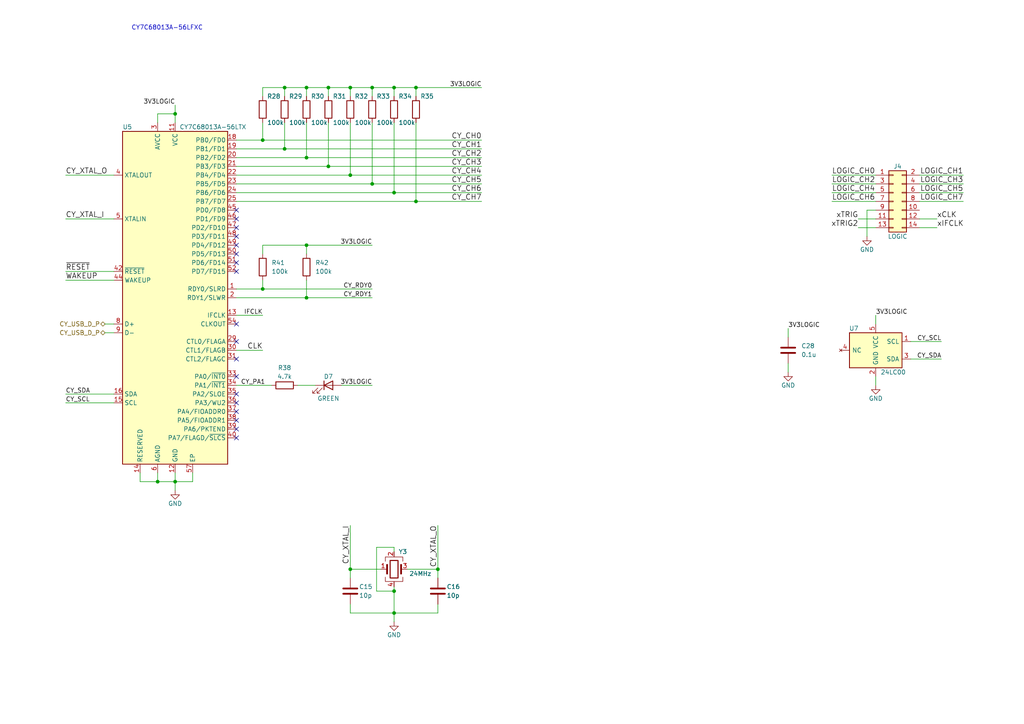
<source format=kicad_sch>
(kicad_sch (version 20230121) (generator eeschema)
  (paper "A4")
  (lib_symbols
    (symbol "Connector_Generic:Conn_02x07_Odd_Even" (pin_names (offset 1.016) hide)
      (property "Reference" "J" (at 1.27 10.16 0))
      (property "Value" "Conn_02x07_Odd_Even" (at 1.27 -10.16 0))
      (symbol "Conn_02x07_Odd_Even_1_1"
        (rectangle (start -1.27 -7.493) (end 0 -7.747) (stroke (width 0.1524)))
        (rectangle (start -1.27 -4.953) (end 0 -5.207) (stroke (width 0.1524)))
        (rectangle (start -1.27 -2.413) (end 0 -2.667) (stroke (width 0.1524)))
        (rectangle (start -1.27 0.127) (end 0 -0.127) (stroke (width 0.1524)))
        (rectangle (start -1.27 2.667) (end 0 2.413) (stroke (width 0.1524)))
        (rectangle (start -1.27 5.207) (end 0 4.953) (stroke (width 0.1524)))
        (rectangle (start -1.27 7.747) (end 0 7.493) (stroke (width 0.1524)))
        (rectangle (start -1.27 8.89) (end 3.81 -8.89) (stroke (width 0.254)) (fill (type background)))
        (rectangle (start 3.81 -7.493) (end 2.54 -7.747) (stroke (width 0.1524)))
        (rectangle (start 3.81 -4.953) (end 2.54 -5.207) (stroke (width 0.1524)))
        (rectangle (start 3.81 -2.413) (end 2.54 -2.667) (stroke (width 0.1524)))
        (rectangle (start 3.81 0.127) (end 2.54 -0.127) (stroke (width 0.1524)))
        (rectangle (start 3.81 2.667) (end 2.54 2.413) (stroke (width 0.1524)))
        (rectangle (start 3.81 5.207) (end 2.54 4.953) (stroke (width 0.1524)))
        (rectangle (start 3.81 7.747) (end 2.54 7.493) (stroke (width 0.1524)))
        (pin passive line (at -5.08 7.62 0) (length 3.81) (name "Pin_1") (number "1"))
        (pin passive line (at 7.62 -2.54 180) (length 3.81) (name "Pin_10") (number "10"))
        (pin passive line (at -5.08 -5.08 0) (length 3.81) (name "Pin_11") (number "11"))
        (pin passive line (at 7.62 -5.08 180) (length 3.81) (name "Pin_12") (number "12"))
        (pin passive line (at -5.08 -7.62 0) (length 3.81) (name "Pin_13") (number "13"))
        (pin passive line (at 7.62 -7.62 180) (length 3.81) (name "Pin_14") (number "14"))
        (pin passive line (at 7.62 7.62 180) (length 3.81) (name "Pin_2") (number "2"))
        (pin passive line (at -5.08 5.08 0) (length 3.81) (name "Pin_3") (number "3"))
        (pin passive line (at 7.62 5.08 180) (length 3.81) (name "Pin_4") (number "4"))
        (pin passive line (at -5.08 2.54 0) (length 3.81) (name "Pin_5") (number "5"))
        (pin passive line (at 7.62 2.54 180) (length 3.81) (name "Pin_6") (number "6"))
        (pin passive line (at -5.08 0 0) (length 3.81) (name "Pin_7") (number "7"))
        (pin passive line (at 7.62 0 180) (length 3.81) (name "Pin_8") (number "8"))
        (pin passive line (at -5.08 -2.54 0) (length 3.81) (name "Pin_9") (number "9"))
      )
    )
    (symbol "Device:C" (pin_numbers hide) (pin_names (offset 0.254))
      (property "Reference" "C" (at 0.635 2.54 0))
      (property "Value" "C" (at 0.635 -2.54 0))
      (symbol "C_0_1"
        (polyline (pts (xy -2.032 -0.762) (xy 2.032 -0.762)) (stroke (width 0.508)))
        (polyline (pts (xy -2.032 0.762) (xy 2.032 0.762)) (stroke (width 0.508)))
      )
      (symbol "C_1_1"
        (pin passive line (at 0 3.81 270) (length 2.794) (name "~") (number "1"))
        (pin passive line (at 0 -3.81 90) (length 2.794) (name "~") (number "2"))
      )
    )
    (symbol "Device:Crystal_GND24" (pin_names (offset 1.016) hide)
      (property "Reference" "Y" (at 3.175 5.08 0))
      (property "Value" "Crystal_GND24" (at 3.175 3.175 0))
      (symbol "Crystal_GND24_0_1"
        (rectangle (start -1.143 2.54) (end 1.143 -2.54) (stroke (width 0.3048)))
        (polyline (pts (xy -2.54 0) (xy -2.032 0)))
        (polyline (pts (xy -2.032 -1.27) (xy -2.032 1.27)) (stroke (width 0.508)))
        (polyline (pts (xy 0 -3.81) (xy 0 -3.556)))
        (polyline (pts (xy 0 3.556) (xy 0 3.81)))
        (polyline (pts (xy 2.032 -1.27) (xy 2.032 1.27)) (stroke (width 0.508)))
        (polyline (pts (xy 2.032 0) (xy 2.54 0)))
        (polyline (pts (xy -2.54 -2.286) (xy -2.54 -3.556) (xy 2.54 -3.556) (xy 2.54 -2.286)))
        (polyline (pts (xy -2.54 2.286) (xy -2.54 3.556) (xy 2.54 3.556) (xy 2.54 2.286)))
      )
      (symbol "Crystal_GND24_1_1"
        (pin passive line (at -3.81 0 0) (length 1.27) (name "1") (number "1"))
        (pin passive line (at 0 5.08 270) (length 1.27) (name "2") (number "2"))
        (pin passive line (at 3.81 0 180) (length 1.27) (name "3") (number "3"))
        (pin passive line (at 0 -5.08 90) (length 1.27) (name "4") (number "4"))
      )
    )
    (symbol "Device:LED" (pin_numbers hide) (pin_names (offset 1.016) hide)
      (property "Reference" "D" (at 0 2.54 0))
      (property "Value" "LED" (at 0 -2.54 0))
      (symbol "LED_0_1"
        (polyline (pts (xy -1.27 -1.27) (xy -1.27 1.27)) (stroke (width 0.254)))
        (polyline (pts (xy -1.27 0) (xy 1.27 0)))
        (polyline (pts (xy 1.27 -1.27) (xy 1.27 1.27) (xy -1.27 0) (xy 1.27 -1.27)) (stroke (width 0.254)))
        (polyline (pts (xy -3.048 -0.762) (xy -4.572 -2.286) (xy -3.81 -2.286) (xy -4.572 -2.286) (xy -4.572 -1.524)))
        (polyline (pts (xy -1.778 -0.762) (xy -3.302 -2.286) (xy -2.54 -2.286) (xy -3.302 -2.286) (xy -3.302 -1.524)))
      )
      (symbol "LED_1_1"
        (pin passive line (at -3.81 0 0) (length 2.54) (name "K") (number "1"))
        (pin passive line (at 3.81 0 180) (length 2.54) (name "A") (number "2"))
      )
    )
    (symbol "Device:R" (pin_numbers hide) (pin_names (offset 0))
      (property "Reference" "R" (at 2.032 0 90))
      (property "Value" "R" (at 0 0 90))
      (symbol "R_0_1"
        (rectangle (start -1.016 -2.54) (end 1.016 2.54) (stroke (width 0.254)))
      )
      (symbol "R_1_1"
        (pin passive line (at 0 3.81 270) (length 1.27) (name "~") (number "1"))
        (pin passive line (at 0 -3.81 90) (length 1.27) (name "~") (number "2"))
      )
    )
    (symbol "MCU_Cypress:CY7C68013A-56LTX"
      (property "Reference" "U" (at -13.97 49.53 0))
      (property "Value" "CY7C68013A-56LTX" (at 11.43 49.53 0))
      (symbol "CY7C68013A-56LTX_0_1"
        (rectangle (start -15.24 48.26) (end 15.24 -48.26) (stroke (width 0.254)) (fill (type background)))
      )
      (symbol "CY7C68013A-56LTX_1_1"
        (pin input line (at 17.78 2.54 180) (length 2.54) (name "RDY0/SLRD") (number "1"))
        (pin passive line (at -5.08 -50.8 90) (length 2.54) hide (name "AGND") (number "10"))
        (pin power_in line (at 0 50.8 270) (length 2.54) (name "VCC") (number "11"))
        (pin power_in line (at 0 -50.8 90) (length 2.54) (name "GND") (number "12"))
        (pin bidirectional line (at 17.78 -5.08 180) (length 2.54) (name "IFCLK") (number "13"))
        (pin input line (at -10.16 -50.8 90) (length 2.54) (name "RESERVED") (number "14"))
        (pin input line (at -17.78 -30.48 0) (length 2.54) (name "SCL") (number "15"))
        (pin bidirectional line (at -17.78 -27.94 0) (length 2.54) (name "SDA") (number "16"))
        (pin passive line (at 0 50.8 270) (length 2.54) hide (name "VCC") (number "17"))
        (pin bidirectional line (at 17.78 45.72 180) (length 2.54) (name "PB0/FD0") (number "18"))
        (pin bidirectional line (at 17.78 43.18 180) (length 2.54) (name "PB1/FD1") (number "19"))
        (pin input line (at 17.78 0 180) (length 2.54) (name "RDY1/SLWR") (number "2"))
        (pin bidirectional line (at 17.78 40.64 180) (length 2.54) (name "PB2/FD2") (number "20"))
        (pin bidirectional line (at 17.78 38.1 180) (length 2.54) (name "PB3/FD3") (number "21"))
        (pin bidirectional line (at 17.78 35.56 180) (length 2.54) (name "PB4/FD4") (number "22"))
        (pin bidirectional line (at 17.78 33.02 180) (length 2.54) (name "PB5/FD5") (number "23"))
        (pin bidirectional line (at 17.78 30.48 180) (length 2.54) (name "PB6/FD6") (number "24"))
        (pin bidirectional line (at 17.78 27.94 180) (length 2.54) (name "PB7/FD7") (number "25"))
        (pin passive line (at 0 -50.8 90) (length 2.54) hide (name "GND") (number "26"))
        (pin passive line (at 0 50.8 270) (length 2.54) hide (name "VCC") (number "27"))
        (pin passive line (at 0 -50.8 90) (length 2.54) hide (name "GND") (number "28"))
        (pin output line (at 17.78 -12.7 180) (length 2.54) (name "CTL0/FLAGA") (number "29"))
        (pin power_in line (at -5.08 50.8 270) (length 2.54) (name "AVCC") (number "3"))
        (pin output line (at 17.78 -15.24 180) (length 2.54) (name "CTL1/FLAGB") (number "30"))
        (pin output line (at 17.78 -17.78 180) (length 2.54) (name "CTL2/FLAGC") (number "31"))
        (pin passive line (at 0 50.8 270) (length 2.54) hide (name "VCC") (number "32"))
        (pin bidirectional line (at 17.78 -22.86 180) (length 2.54) (name "PA0/~{INT0}") (number "33"))
        (pin bidirectional line (at 17.78 -25.4 180) (length 2.54) (name "PA1/~{INT1}") (number "34"))
        (pin bidirectional line (at 17.78 -27.94 180) (length 2.54) (name "PA2/SLOE") (number "35"))
        (pin bidirectional line (at 17.78 -30.48 180) (length 2.54) (name "PA3/WU2") (number "36"))
        (pin bidirectional line (at 17.78 -33.02 180) (length 2.54) (name "PA4/FIOADDR0") (number "37"))
        (pin bidirectional line (at 17.78 -35.56 180) (length 2.54) (name "PA5/FIOADDR1") (number "38"))
        (pin bidirectional line (at 17.78 -38.1 180) (length 2.54) (name "PA6/PKTEND") (number "39"))
        (pin output line (at -17.78 35.56 0) (length 2.54) (name "XTALOUT") (number "4"))
        (pin bidirectional line (at 17.78 -40.64 180) (length 2.54) (name "PA7/FLAGD/~{SLCS}") (number "40"))
        (pin passive line (at 0 -50.8 90) (length 2.54) hide (name "GND") (number "41"))
        (pin input line (at -17.78 7.62 0) (length 2.54) (name "~{RESET}") (number "42"))
        (pin passive line (at 0 50.8 270) (length 2.54) hide (name "VCC") (number "43"))
        (pin input line (at -17.78 5.08 0) (length 2.54) (name "WAKEUP") (number "44"))
        (pin bidirectional line (at 17.78 25.4 180) (length 2.54) (name "PD0/FD8") (number "45"))
        (pin bidirectional line (at 17.78 22.86 180) (length 2.54) (name "PD1/FD9") (number "46"))
        (pin bidirectional line (at 17.78 20.32 180) (length 2.54) (name "PD2/FD10") (number "47"))
        (pin bidirectional line (at 17.78 17.78 180) (length 2.54) (name "PD3/FD11") (number "48"))
        (pin bidirectional line (at 17.78 15.24 180) (length 2.54) (name "PD4/FD12") (number "49"))
        (pin input line (at -17.78 22.86 0) (length 2.54) (name "XTALIN") (number "5"))
        (pin bidirectional line (at 17.78 12.7 180) (length 2.54) (name "PD5/FD13") (number "50"))
        (pin bidirectional line (at 17.78 10.16 180) (length 2.54) (name "PD6/FD14") (number "51"))
        (pin bidirectional line (at 17.78 7.62 180) (length 2.54) (name "PD7/FD15") (number "52"))
        (pin passive line (at 0 -50.8 90) (length 2.54) hide (name "GND") (number "53"))
        (pin output line (at 17.78 -7.62 180) (length 2.54) (name "CLKOUT") (number "54"))
        (pin passive line (at 0 50.8 270) (length 2.54) hide (name "VCC") (number "55"))
        (pin passive line (at 0 -50.8 90) (length 2.54) hide (name "GND") (number "56"))
        (pin input line (at 5.08 -50.8 90) (length 2.54) (name "EP") (number "57"))
        (pin power_in line (at -5.08 -50.8 90) (length 2.54) (name "AGND") (number "6"))
        (pin passive line (at -5.08 50.8 270) (length 2.54) hide (name "AVCC") (number "7"))
        (pin bidirectional line (at -17.78 -7.62 0) (length 2.54) (name "D+") (number "8"))
        (pin bidirectional line (at -17.78 -10.16 0) (length 2.54) (name "D-") (number "9"))
      )
    )
    (symbol "fx2grok-flat-rescue:pkl_24LC00-pkl_memory" (pin_names (offset 0.762))
      (property "Reference" "U" (at -6.35 6.35 0))
      (property "Value" "pkl_memory:pkl_24LC00" (at 6.35 6.35 0))
      (symbol "pkl_24LC00-pkl_memory_0_0"
        (pin power_in line (at 0 -7.62 90) (length 2.54) (name "GND") (number "2"))
        (pin power_in line (at 0 7.62 270) (length 2.54) (name "VCC") (number "5"))
      )
      (symbol "pkl_24LC00-pkl_memory_1_1"
        (rectangle (start -7.62 5.08) (end 7.62 -5.08) (stroke (width 0.254)) (fill (type background)))
        (pin input line (at -10.16 2.54 0) (length 2.54) (name "SCL") (number "1"))
        (pin bidirectional line (at -10.16 -2.54 0) (length 2.54) (name "SDA") (number "3"))
        (pin no_connect line (at 10.16 0 180) (length 2.54) (name "NC") (number "4"))
      )
    )
    (symbol "power:GND" (power) (pin_names (offset 0))
      (property "Value" "GND" (at 0 -3.81 0))
      (symbol "GND_0_1"
        (polyline (pts (xy 0 0) (xy 0 -1.27) (xy 1.27 -1.27) (xy 0 -2.54) (xy -1.27 -1.27) (xy 0 -1.27)))
      )
      (symbol "GND_1_1"
        (pin power_in line (at 0 0 270) (length 0) hide (name "GND") (number "1"))
      )
    )
  )
  (junction (at 354.33 125.73))
  (junction (at 101.6 165.1))
  (junction (at 120.65 58.42))
  (junction (at 193.04 217.17))
  (junction (at 82.55 43.18))
  (junction (at 88.9 71.12))
  (junction (at 354.33 113.03))
  (junction (at 95.25 48.26))
  (junction (at 50.8 139.7))
  (junction (at 269.24 229.87))
  (junction (at 269.24 217.17))
  (junction (at 95.25 25.4))
  (junction (at 180.34 217.17))
  (junction (at 101.6 25.4))
  (junction (at 114.3 171.45))
  (junction (at 218.44 229.87))
  (junction (at 76.2 83.82))
  (junction (at 256.54 229.87))
  (junction (at 193.04 229.87))
  (junction (at 114.3 25.4))
  (junction (at 45.72 139.7))
  (junction (at 180.34 229.87))
  (junction (at 231.14 229.87))
  (junction (at 281.94 229.87))
  (junction (at 88.9 45.72))
  (junction (at 88.9 86.36))
  (junction (at 218.44 217.17))
  (junction (at 88.9 25.4))
  (junction (at 82.55 25.4))
  (junction (at 205.74 217.17))
  (junction (at 281.94 217.17))
  (junction (at 120.65 25.4))
  (junction (at 114.3 177.8))
  (junction (at 107.95 25.4))
  (junction (at 114.3 55.88))
  (junction (at 127 165.1))
  (junction (at 231.14 217.17))
  (junction (at 256.54 217.17))
  (junction (at 316.23 113.03))
  (junction (at 107.95 53.34))
  (junction (at 101.6 50.8))
  (junction (at 76.2 40.64))
  (junction (at 50.8 33.02))
  (junction (at 205.74 229.87))
  (no_connect (at 68.58 60.96))
  (no_connect (at 68.58 63.5))
  (no_connect (at 68.58 124.46))
  (no_connect (at 68.58 99.06))
  (no_connect (at 68.58 121.92))
  (no_connect (at 68.58 109.22))
  (no_connect (at 68.58 66.04))
  (no_connect (at 68.58 68.58))
  (no_connect (at 68.58 93.98))
  (no_connect (at 68.58 76.2))
  (no_connect (at 68.58 104.14))
  (no_connect (at 68.58 119.38))
  (no_connect (at 68.58 71.12))
  (no_connect (at 68.58 116.84))
  (no_connect (at 68.58 78.74))
  (no_connect (at 68.58 73.66))
  (no_connect (at 68.58 127))
  (no_connect (at 68.58 114.3))
  (wire (pts (xy 76.2 40.64) (xy 139.7 40.64)))
  (wire (pts (xy 205.74 217.17) (xy 205.74 219.71)))
  (wire (pts (xy 88.9 35.56) (xy 88.9 45.72)))
  (wire (pts (xy 180.34 217.17) (xy 180.34 219.71)))
  (wire (pts (xy 109.22 158.75) (xy 109.22 171.45)))
  (wire (pts (xy 107.95 53.34) (xy 139.7 53.34)))
  (wire (pts (xy 266.7 55.88) (xy 279.4 55.88)))
  (wire (pts (xy 364.49 128.27) (xy 364.49 125.73)))
  (wire (pts (xy 50.8 139.7) (xy 50.8 142.24)))
  (wire (pts (xy 251.46 60.96) (xy 251.46 68.58)))
  (wire (pts (xy 114.3 177.8) (xy 114.3 180.34)))
  (wire (pts (xy 316.23 113.03) (xy 328.93 113.03)))
  (wire (pts (xy 354.33 125.73) (xy 354.33 123.19)))
  (wire (pts (xy 101.6 175.26) (xy 101.6 177.8)))
  (wire (pts (xy 303.53 113.03) (xy 316.23 113.03)))
  (wire (pts (xy 101.6 167.64) (xy 101.6 165.1)))
  (wire (pts (xy 88.9 71.12) (xy 88.9 73.66)))
  (wire (pts (xy 107.95 35.56) (xy 107.95 53.34)))
  (wire (pts (xy 254 60.96) (xy 251.46 60.96)))
  (wire (pts (xy 180.34 229.87) (xy 180.34 232.41)))
  (wire (pts (xy 50.8 139.7) (xy 50.8 137.16)))
  (wire (pts (xy 254 91.44) (xy 254 93.98)))
  (wire (pts (xy 40.64 137.16) (xy 40.64 139.7)))
  (wire (pts (xy 228.6 105.41) (xy 228.6 107.95)))
  (wire (pts (xy 30.48 93.98) (xy 33.02 93.98)))
  (wire (pts (xy 120.65 25.4) (xy 120.65 27.94)))
  (wire (pts (xy 243.84 217.17) (xy 231.14 217.17)))
  (wire (pts (xy 367.03 125.73) (xy 367.03 123.19)))
  (wire (pts (xy 180.34 229.87) (xy 180.34 227.33)))
  (wire (pts (xy 254 50.8) (xy 241.3 50.8)))
  (wire (pts (xy 264.16 104.14) (xy 273.05 104.14)))
  (wire (pts (xy 316.23 113.03) (xy 316.23 115.57)))
  (wire (pts (xy 68.58 86.36) (xy 88.9 86.36)))
  (wire (pts (xy 254 109.22) (xy 254 111.76)))
  (wire (pts (xy 243.84 229.87) (xy 231.14 229.87)))
  (wire (pts (xy 55.88 139.7) (xy 50.8 139.7)))
  (wire (pts (xy 266.7 66.04) (xy 271.78 66.04)))
  (wire (pts (xy 127 167.64) (xy 127 165.1)))
  (wire (pts (xy 231.14 217.17) (xy 218.44 217.17)))
  (wire (pts (xy 231.14 227.33) (xy 231.14 229.87)))
  (wire (pts (xy 40.64 139.7) (xy 45.72 139.7)))
  (wire (pts (xy 303.53 128.27) (xy 328.93 128.27)))
  (wire (pts (xy 367.03 113.03) (xy 367.03 115.57)))
  (wire (pts (xy 19.05 81.28) (xy 33.02 81.28)))
  (wire (pts (xy 76.2 35.56) (xy 76.2 40.64)))
  (wire (pts (xy 45.72 35.56) (xy 45.72 33.02)))
  (wire (pts (xy 30.48 96.52) (xy 33.02 96.52)))
  (wire (pts (xy 218.44 227.33) (xy 218.44 229.87)))
  (wire (pts (xy 243.84 219.71) (xy 243.84 217.17)))
  (wire (pts (xy 269.24 217.17) (xy 256.54 217.17)))
  (wire (pts (xy 269.24 219.71) (xy 269.24 217.17)))
  (wire (pts (xy 68.58 58.42) (xy 120.65 58.42)))
  (wire (pts (xy 86.36 111.76) (xy 91.44 111.76)))
  (wire (pts (xy 114.3 55.88) (xy 139.7 55.88)))
  (wire (pts (xy 193.04 217.17) (xy 180.34 217.17)))
  (wire (pts (xy 19.05 116.84) (xy 33.02 116.84)))
  (wire (pts (xy 19.05 63.5) (xy 33.02 63.5)))
  (wire (pts (xy 114.3 35.56) (xy 114.3 55.88)))
  (wire (pts (xy 256.54 229.87) (xy 269.24 229.87)))
  (wire (pts (xy 68.58 40.64) (xy 76.2 40.64)))
  (wire (pts (xy 82.55 43.18) (xy 139.7 43.18)))
  (wire (pts (xy 88.9 71.12) (xy 107.95 71.12)))
  (wire (pts (xy 50.8 30.48) (xy 50.8 33.02)))
  (wire (pts (xy 114.3 25.4) (xy 120.65 25.4)))
  (wire (pts (xy 243.84 227.33) (xy 243.84 229.87)))
  (wire (pts (xy 254 53.34) (xy 241.3 53.34)))
  (wire (pts (xy 68.58 53.34) (xy 107.95 53.34)))
  (wire (pts (xy 254 55.88) (xy 241.3 55.88)))
  (wire (pts (xy 68.58 111.76) (xy 78.74 111.76)))
  (wire (pts (xy 82.55 25.4) (xy 88.9 25.4)))
  (wire (pts (xy 68.58 91.44) (xy 76.2 91.44)))
  (wire (pts (xy 114.3 170.18) (xy 114.3 171.45)))
  (wire (pts (xy 68.58 50.8) (xy 101.6 50.8)))
  (wire (pts (xy 264.16 99.06) (xy 273.05 99.06)))
  (wire (pts (xy 256.54 229.87) (xy 256.54 232.41)))
  (wire (pts (xy 19.05 114.3) (xy 33.02 114.3)))
  (wire (pts (xy 218.44 217.17) (xy 205.74 217.17)))
  (wire (pts (xy 101.6 152.4) (xy 101.6 165.1)))
  (wire (pts (xy 45.72 139.7) (xy 50.8 139.7)))
  (wire (pts (xy 95.25 25.4) (xy 95.25 27.94)))
  (wire (pts (xy 82.55 35.56) (xy 82.55 43.18)))
  (wire (pts (xy 231.14 217.17) (xy 231.14 219.71)))
  (wire (pts (xy 231.14 229.87) (xy 218.44 229.87)))
  (wire (pts (xy 205.74 227.33) (xy 205.74 229.87)))
  (wire (pts (xy 114.3 160.02) (xy 114.3 158.75)))
  (wire (pts (xy 82.55 25.4) (xy 82.55 27.94)))
  (wire (pts (xy 294.64 217.17) (xy 294.64 219.71)))
  (wire (pts (xy 269.24 227.33) (xy 269.24 229.87)))
  (wire (pts (xy 256.54 217.17) (xy 256.54 219.71)))
  (wire (pts (xy 101.6 50.8) (xy 139.7 50.8)))
  (wire (pts (xy 254 63.5) (xy 248.92 63.5)))
  (wire (pts (xy 266.7 50.8) (xy 279.4 50.8)))
  (wire (pts (xy 281.94 217.17) (xy 281.94 219.71)))
  (wire (pts (xy 114.3 177.8) (xy 127 177.8)))
  (wire (pts (xy 68.58 48.26) (xy 95.25 48.26)))
  (wire (pts (xy 379.73 125.73) (xy 367.03 125.73)))
  (wire (pts (xy 269.24 229.87) (xy 281.94 229.87)))
  (wire (pts (xy 101.6 177.8) (xy 114.3 177.8)))
  (wire (pts (xy 68.58 101.6) (xy 76.2 101.6)))
  (wire (pts (xy 218.44 217.17) (xy 218.44 219.71)))
  (wire (pts (xy 114.3 158.75) (xy 109.22 158.75)))
  (wire (pts (xy 228.6 95.25) (xy 228.6 97.79)))
  (wire (pts (xy 266.7 58.42) (xy 279.4 58.42)))
  (wire (pts (xy 354.33 113.03) (xy 367.03 113.03)))
  (wire (pts (xy 269.24 217.17) (xy 281.94 217.17)))
  (wire (pts (xy 88.9 45.72) (xy 139.7 45.72)))
  (wire (pts (xy 55.88 137.16) (xy 55.88 139.7)))
  (wire (pts (xy 19.05 50.8) (xy 33.02 50.8)))
  (wire (pts (xy 76.2 81.28) (xy 76.2 83.82)))
  (wire (pts (xy 99.06 111.76) (xy 107.95 111.76)))
  (wire (pts (xy 120.65 35.56) (xy 120.65 58.42)))
  (wire (pts (xy 101.6 35.56) (xy 101.6 50.8)))
  (wire (pts (xy 254 66.04) (xy 248.92 66.04)))
  (wire (pts (xy 19.05 78.74) (xy 33.02 78.74)))
  (wire (pts (xy 101.6 25.4) (xy 101.6 27.94)))
  (wire (pts (xy 281.94 229.87) (xy 294.64 229.87)))
  (wire (pts (xy 120.65 58.42) (xy 139.7 58.42)))
  (wire (pts (xy 379.73 128.27) (xy 364.49 128.27)))
  (wire (pts (xy 364.49 125.73) (xy 354.33 125.73)))
  (wire (pts (xy 114.3 25.4) (xy 114.3 27.94)))
  (wire (pts (xy 354.33 135.89) (xy 354.33 138.43)))
  (wire (pts (xy 193.04 229.87) (xy 180.34 229.87)))
  (wire (pts (xy 328.93 128.27) (xy 328.93 123.19)))
  (wire (pts (xy 101.6 25.4) (xy 107.95 25.4)))
  (wire (pts (xy 127 165.1) (xy 118.11 165.1)))
  (wire (pts (xy 303.53 125.73) (xy 316.23 125.73)))
  (wire (pts (xy 256.54 214.63) (xy 256.54 217.17)))
  (wire (pts (xy 316.23 125.73) (xy 316.23 123.19)))
  (wire (pts (xy 354.33 125.73) (xy 354.33 128.27)))
  (wire (pts (xy 50.8 33.02) (xy 50.8 35.56)))
  (wire (pts (xy 76.2 83.82) (xy 107.95 83.82)))
  (wire (pts (xy 120.65 25.4) (xy 139.7 25.4)))
  (wire (pts (xy 354.33 110.49) (xy 354.33 113.03)))
  (wire (pts (xy 82.55 25.4) (xy 76.2 25.4)))
  (wire (pts (xy 101.6 165.1) (xy 110.49 165.1)))
  (wire (pts (xy 205.74 217.17) (xy 193.04 217.17)))
  (wire (pts (xy 281.94 227.33) (xy 281.94 229.87)))
  (wire (pts (xy 127 152.4) (xy 127 165.1)))
  (wire (pts (xy 76.2 27.94) (xy 76.2 25.4)))
  (wire (pts (xy 256.54 227.33) (xy 256.54 229.87)))
  (wire (pts (xy 68.58 43.18) (xy 82.55 43.18)))
  (wire (pts (xy 266.7 63.5) (xy 271.78 63.5)))
  (wire (pts (xy 266.7 53.34) (xy 279.4 53.34)))
  (wire (pts (xy 354.33 115.57) (xy 354.33 113.03)))
  (wire (pts (xy 127 175.26) (xy 127 177.8)))
  (wire (pts (xy 193.04 227.33) (xy 193.04 229.87)))
  (wire (pts (xy 95.25 48.26) (xy 139.7 48.26)))
  (wire (pts (xy 205.74 229.87) (xy 193.04 229.87)))
  (wire (pts (xy 76.2 73.66) (xy 76.2 71.12)))
  (wire (pts (xy 254 58.42) (xy 241.3 58.42)))
  (wire (pts (xy 95.25 25.4) (xy 101.6 25.4)))
  (wire (pts (xy 107.95 25.4) (xy 114.3 25.4)))
  (wire (pts (xy 45.72 137.16) (xy 45.72 139.7)))
  (wire (pts (xy 68.58 55.88) (xy 114.3 55.88)))
  (wire (pts (xy 180.34 214.63) (xy 180.34 217.17)))
  (wire (pts (xy 114.3 171.45) (xy 114.3 177.8)))
  (wire (pts (xy 88.9 25.4) (xy 88.9 27.94)))
  (wire (pts (xy 109.22 171.45) (xy 114.3 171.45)))
  (wire (pts (xy 218.44 229.87) (xy 205.74 229.87)))
  (wire (pts (xy 88.9 86.36) (xy 107.95 86.36)))
  (wire (pts (xy 68.58 45.72) (xy 88.9 45.72)))
  (wire (pts (xy 328.93 115.57) (xy 328.93 113.03)))
  (wire (pts (xy 107.95 25.4) (xy 107.95 27.94)))
  (wire (pts (xy 76.2 71.12) (xy 88.9 71.12)))
  (wire (pts (xy 88.9 25.4) (xy 95.25 25.4)))
  (wire (pts (xy 281.94 217.17) (xy 294.64 217.17)))
  (wire (pts (xy 193.04 217.17) (xy 193.04 219.71)))
  (wire (pts (xy 45.72 33.02) (xy 50.8 33.02)))
  (wire (pts (xy 294.64 229.87) (xy 294.64 227.33)))
  (wire (pts (xy 88.9 81.28) (xy 88.9 86.36)))
  (wire (pts (xy 95.25 35.56) (xy 95.25 48.26)))
  (wire (pts (xy 68.58 83.82) (xy 76.2 83.82)))
  (text "close to AVCC" (at 261.62 236.22 0) (effects (font (size 1.524 1.524)) (justify left bottom)))
  (text "close to VCC" (at 184.15 236.22 0) (effects (font (size 1.524 1.524)) (justify left bottom)))
  (text "CY7C68013A-56LFXC" (at 38.1 8.89 0) (effects (font (size 1.27 1.27)) (justify left bottom)))
  (label "3V3LOGIC" (at 256.54 214.63 0))
  (label "LOGIC_CH1" (at 279.4 50.8 180) (effects (font (size 1.524 1.524))))
  (label "3V3LOGIC" (at 139.7 25.4 180))
  (label "LOGIC_CH4" (at 241.3 55.88 0) (effects (font (size 1.524 1.524))))
  (label "CY_XTAL_O" (at 19.05 50.8 0) (effects (font (size 1.524 1.524))))
  (label "CLK" (at 76.2 101.6 180) (effects (font (size 1.524 1.524))))
  (label "LOGIC_CH5" (at 279.4 55.88 180) (effects (font (size 1.524 1.524))))
  (label "3V3LOGIC" (at 303.53 113.03 0))
  (label "CY_CH4" (at 139.7 50.8 180) (effects (font (size 1.524 1.524))))
  (label "xTRIG2" (at 248.92 66.04 180) (effects (font (size 1.524 1.524))))
  (label "CY_CH3" (at 139.7 48.26 180) (effects (font (size 1.524 1.524))))
  (label "LOGIC_CH7" (at 279.4 58.42 180) (effects (font (size 1.524 1.524))))
  (label "~{RESET}" (at 379.73 128.27 180) (effects (font (size 1.524 1.524))))
  (label "3V3LOGIC" (at 107.95 111.76 180))
  (label "xCLK" (at 271.78 63.5 0) (effects (font (size 1.524 1.524))))
  (label "CY_SDA" (at 303.53 125.73 0))
  (label "CY_SDA" (at 19.05 114.3 0))
  (label "LOGIC_CH6" (at 241.3 58.42 0) (effects (font (size 1.524 1.524))))
  (label "CY_SDA" (at 273.05 104.14 180))
  (label "3V3LOGIC" (at 254 91.44 0))
  (label "~{RESET}" (at 19.05 78.74 0) (effects (font (size 1.524 1.524))))
  (label "WAKEUP" (at 19.05 81.28 0) (effects (font (size 1.524 1.524))))
  (label "LOGIC_CH0" (at 241.3 50.8 0) (effects (font (size 1.524 1.524))))
  (label "CY_XTAL_O" (at 127 152.4 270) (effects (font (size 1.524 1.524))))
  (label "CY_CH7" (at 139.7 58.42 180) (effects (font (size 1.524 1.524))))
  (label "3V3LOGIC" (at 50.8 30.48 180))
  (label "CY_SCL" (at 303.53 128.27 0))
  (label "CY_PA1" (at 69.85 111.76 0))
  (label "3V3LOGIC" (at 180.34 214.63 0))
  (label "CY_CH0" (at 139.7 40.64 180) (effects (font (size 1.524 1.524))))
  (label "3V3LOGIC" (at 228.6 95.25 0))
  (label "LOGIC_CH2" (at 241.3 53.34 0) (effects (font (size 1.524 1.524))))
  (label "CY_CH2" (at 139.7 45.72 180) (effects (font (size 1.524 1.524))))
  (label "WAKEUP" (at 379.73 125.73 180) (effects (font (size 1.524 1.524))))
  (label "CY_CH1" (at 139.7 43.18 180) (effects (font (size 1.524 1.524))))
  (label "CY_XTAL_I" (at 19.05 63.5 0) (effects (font (size 1.524 1.524))))
  (label "CY_XTAL_I" (at 101.6 152.4 270) (effects (font (size 1.524 1.524))))
  (label "CY_RDY1" (at 107.95 86.36 180))
  (label "CY_SCL" (at 273.05 99.06 180))
  (label "CY_CH5" (at 139.7 53.34 180) (effects (font (size 1.524 1.524))))
  (label "CY_SCL" (at 19.05 116.84 0))
  (label "3V3LOGIC" (at 107.95 71.12 180))
  (label "IFCLK" (at 76.2 91.44 180))
  (label "xTRIG" (at 248.92 63.5 180) (effects (font (size 1.524 1.524))))
  (label "CY_RDY0" (at 107.95 83.82 180))
  (label "LOGIC_CH3" (at 279.4 53.34 180) (effects (font (size 1.524 1.524))))
  (label "xIFCLK" (at 271.78 66.04 0) (effects (font (size 1.524 1.524))))
  (label "CY_CH6" (at 139.7 55.88 180) (effects (font (size 1.524 1.524))))
  (label "3V3LOGIC" (at 354.33 110.49 0))
  (hierarchical_label "CY_USB_D_P" (shape bidirectional) (at 30.48 93.98 180))
  (hierarchical_label "CY_USB_D_P" (shape bidirectional) (at 30.48 96.52 180))
  (symbol (lib_id "Device:R") (at 88.9 77.47 0) (unit 1)
    (property "Reference" "R42" (at 91.44 76.2 0) (effects (justify left)))
    (property "Value" "100k" (at 91.44 78.74 0) (effects (justify left)))
  )
  (symbol (lib_id "Device:Crystal_GND24") (at 114.3 165.1 0) (unit 1)
    (property "Reference" "Y3" (at 116.84 160.02 0))
    (property "Value" "24MHz" (at 121.92 166.37 0))
  )
  (symbol (lib_id "Device:R") (at 114.3 31.75 0) (unit 1)
    (property "Reference" "R34" (at 115.57 27.94 0) (effects (justify left)))
    (property "Value" "100k" (at 115.57 35.56 0) (effects (justify left)))
  )
  (symbol (lib_id "Device:R") (at 76.2 31.75 0) (unit 1)
    (property "Reference" "R28" (at 77.47 27.94 0) (effects (justify left)))
    (property "Value" "100k" (at 77.47 35.56 0) (effects (justify left)))
  )
  (symbol (lib_id "Device:LED") (at 95.25 111.76 0) (unit 1)
    (property "Reference" "D7" (at 95.25 109.22 0))
    (property "Value" "GREEN" (at 95.25 115.57 0))
  )
  (symbol (lib_id "Device:C") (at 101.6 171.45 0) (unit 1)
    (property "Reference" "C15" (at 104.14 170.18 0) (effects (justify left)))
    (property "Value" "10p" (at 104.14 172.72 0) (effects (justify left)))
  )
  (symbol (lib_id "Connector_Generic:Conn_02x07_Odd_Even") (at 259.08 58.42 0) (unit 1)
    (property "Reference" "J4" (at 260.35 48.26 0))
    (property "Value" "LOGIC" (at 260.35 68.58 0))
  )
  (symbol (lib_id "Device:C") (at 243.84 223.52 0) (unit 1)
    (property "Reference" "C22" (at 247.65 222.25 0) (effects (justify left)))
    (property "Value" "0.1u" (at 247.65 224.79 0) (effects (justify left)))
  )
  (symbol (lib_id "Device:C") (at 354.33 132.08 0) (unit 1)
    (property "Reference" "C27" (at 358.14 130.81 0) (effects (justify left)))
    (property "Value" "0.1u" (at 358.14 133.35 0) (effects (justify left)))
  )
  (symbol (lib_id "Device:R") (at 82.55 31.75 0) (unit 1)
    (property "Reference" "R29" (at 83.82 27.94 0) (effects (justify left)))
    (property "Value" "100k" (at 83.82 35.56 0) (effects (justify left)))
  )
  (symbol (lib_id "Device:C") (at 231.14 223.52 0) (unit 1)
    (property "Reference" "C21" (at 234.95 222.25 0) (effects (justify left)))
    (property "Value" "0.1u" (at 234.95 224.79 0) (effects (justify left)))
  )
  (symbol (lib_id "Device:R") (at 328.93 119.38 0) (unit 1)
    (property "Reference" "R27" (at 331.47 118.745 0) (effects (justify left)))
    (property "Value" "4.7k" (at 331.47 121.285 0) (effects (justify left)))
  )
  (symbol (lib_id "Device:R") (at 88.9 31.75 0) (unit 1)
    (property "Reference" "R30" (at 90.17 27.94 0) (effects (justify left)))
    (property "Value" "100k" (at 90.17 35.56 0) (effects (justify left)))
  )
  (symbol (lib_id "power:GND") (at 251.46 68.58 0) (unit 1)
    (property "Reference" "#PWR021" (effects hide))
    (property "Value" "GND" (at 251.46 72.39 0))
    (instances (project "main" (path "" (reference "#PWR021") (unit 1))) (project "fx2grok-flat" (path "" (reference "#PWR023") (unit 1))))
  )
  (symbol (lib_id "power:GND") (at 114.3 180.34 0) (unit 1)
    (property "Reference" "#PWR022" (effects hide))
    (property "Value" "GND" (at 114.3 184.15 0))
    (instances (project "main" (path "" (reference "#PWR022") (unit 1))) (project "fx2grok-flat" (path "" (reference "#PWR023") (unit 1))))
  )
  (symbol (lib_id "Device:R") (at 107.95 31.75 0) (unit 1)
    (property "Reference" "R33" (at 109.22 27.94 0) (effects (justify left)))
    (property "Value" "100k" (at 109.22 35.56 0) (effects (justify left)))
  )
  (symbol (lib_id "Device:C") (at 228.6 101.6 0) (unit 1) (in_bom no)
    (property "Reference" "C28" (at 232.41 100.33 0) (effects (justify left)))
    (property "Value" "0.1u" (at 232.41 102.87 0) (effects (justify left)))
  )
  (symbol (lib_id "power:GND") (at 254 111.76 0) (unit 1)
    (property "Reference" "#PWR027" (effects hide))
    (property "Value" "GND" (at 254 115.57 0))
    (instances (project "main" (path "" (reference "#PWR027") (unit 1))) (project "fx2grok-flat" (path "" (reference "#PWR023") (unit 1))))
  )
  (symbol (lib_id "Device:C") (at 180.34 223.52 0) (unit 1)
    (property "Reference" "C17" (at 184.15 222.25 0) (effects (justify left)))
    (property "Value" "0.1u" (at 184.15 224.79 0) (effects (justify left)))
  )
  (symbol (lib_id "Device:C") (at 193.04 223.52 0) (unit 1)
    (property "Reference" "C18" (at 196.85 222.25 0) (effects (justify left)))
    (property "Value" "0.1u" (at 196.85 224.79 0) (effects (justify left)))
  )
  (symbol (lib_id "fx2grok-flat-rescue:pkl_24LC00-pkl_memory") (at 254 101.6 0) (mirror y) (unit 1) (in_bom no)
    (property "Reference" "U7" (at 247.65 95.25 0))
    (property "Value" "24LC00" (at 259.08 107.95 0))
    (property "Footprint" "Package_TO_SOT_SMD:SOT-23-5" (effects hide))
    (instances (project "main" (path "" (reference "U7") (unit 1))) (project "fx2grok-flat" (path "" (reference "U5") (unit 1))))
  )
  (symbol (lib_id "Device:C") (at 256.54 223.52 0) (unit 1)
    (property "Reference" "C23" (at 260.35 222.25 0) (effects (justify left)))
    (property "Value" "2.2u" (at 260.35 224.79 0) (effects (justify left)))
  )
  (symbol (lib_id "Device:C") (at 127 171.45 0) (unit 1)
    (property "Reference" "C16" (at 129.54 170.18 0) (effects (justify left)))
    (property "Value" "10p" (at 129.54 172.72 0) (effects (justify left)))
  )
  (symbol (lib_id "Device:C") (at 218.44 223.52 0) (unit 1)
    (property "Reference" "C20" (at 222.25 222.25 0) (effects (justify left)))
    (property "Value" "0.1u" (at 222.25 224.79 0) (effects (justify left)))
  )
  (symbol (lib_id "Device:C") (at 269.24 223.52 0) (unit 1)
    (property "Reference" "C24" (at 273.05 222.25 0) (effects (justify left)))
    (property "Value" "2.2u" (at 273.05 224.79 0) (effects (justify left)))
  )
  (symbol (lib_id "Device:R") (at 95.25 31.75 0) (unit 1)
    (property "Reference" "R31" (at 96.52 27.94 0) (effects (justify left)))
    (property "Value" "100k" (at 96.52 35.56 0) (effects (justify left)))
  )
  (symbol (lib_id "Device:R") (at 76.2 77.47 0) (unit 1)
    (property "Reference" "R41" (at 78.74 76.2 0) (effects (justify left)))
    (property "Value" "100k" (at 78.74 78.74 0) (effects (justify left)))
  )
  (symbol (lib_id "power:GND") (at 256.54 232.41 0) (unit 1)
    (property "Reference" "#PWR025" (effects hide))
    (property "Value" "GND" (at 256.54 236.22 0))
    (instances (project "main" (path "" (reference "#PWR025") (unit 1))) (project "fx2grok-flat" (path "" (reference "#PWR023") (unit 1))))
  )
  (symbol (lib_id "Device:R") (at 101.6 31.75 0) (unit 1)
    (property "Reference" "R32" (at 102.87 27.94 0) (effects (justify left)))
    (property "Value" "100k" (at 102.87 35.56 0) (effects (justify left)))
  )
  (symbol (lib_id "Device:C") (at 281.94 223.52 0) (unit 1)
    (property "Reference" "C25" (at 285.75 222.25 0) (effects (justify left)))
    (property "Value" "2.2u" (at 285.75 224.79 0) (effects (justify left)))
  )
  (symbol (lib_id "power:GND") (at 228.6 107.95 0) (unit 1)
    (property "Reference" "#PWR028" (effects hide))
    (property "Value" "GND" (at 228.6 111.76 0))
    (instances (project "main" (path "" (reference "#PWR028") (unit 1))) (project "fx2grok-flat" (path "" (reference "#PWR023") (unit 1))))
  )
  (symbol (lib_id "Device:R") (at 120.65 31.75 0) (unit 1)
    (property "Reference" "R35" (at 121.92 27.94 0) (effects (justify left)))
    (property "Value" "100k" (effects hide))
  )
  (symbol (lib_id "Device:C") (at 205.74 223.52 0) (unit 1)
    (property "Reference" "C19" (at 209.55 222.25 0) (effects (justify left)))
    (property "Value" "0.1u" (at 209.55 224.79 0) (effects (justify left)))
  )
  (symbol (lib_id "Device:R") (at 82.55 111.76 90) (unit 1)
    (property "Reference" "R38" (at 82.55 106.68 90))
    (property "Value" "4.7k" (at 82.55 109.22 90))
  )
  (symbol (lib_id "Device:R") (at 367.03 119.38 0) (unit 1)
    (property "Reference" "R36" (at 369.57 118.745 0) (effects (justify left)))
    (property "Value" "100k" (at 369.57 121.285 0) (effects (justify left)))
  )
  (symbol (lib_id "Device:R") (at 354.33 119.38 0) (unit 1)
    (property "Reference" "R37" (at 356.87 118.745 0) (effects (justify left)))
    (property "Value" "4.7k" (at 356.87 121.285 0) (effects (justify left)))
  )
  (symbol (lib_id "power:GND") (at 50.8 142.24 0) (unit 1)
    (property "Reference" "#PWR023" (effects hide))
    (property "Value" "GND" (at 50.8 146.05 0))
  )
  (symbol (lib_id "Device:R") (at 316.23 119.38 0) (unit 1)
    (property "Reference" "R20" (at 318.77 118.745 0) (effects (justify left)))
    (property "Value" "4.7k" (at 318.77 121.285 0) (effects (justify left)))
  )
  (symbol (lib_id "power:GND") (at 180.34 232.41 0) (unit 1)
    (property "Reference" "#PWR024" (effects hide))
    (property "Value" "GND" (at 180.34 236.22 0))
    (instances (project "main" (path "" (reference "#PWR024") (unit 1))) (project "fx2grok-flat" (path "" (reference "#PWR023") (unit 1))))
  )
  (symbol (lib_id "power:GND") (at 354.33 138.43 0) (unit 1)
    (property "Reference" "#PWR026" (effects hide))
    (property "Value" "GND" (at 354.33 142.24 0))
    (instances (project "main" (path "" (reference "#PWR026") (unit 1))) (project "fx2grok-flat" (path "" (reference "#PWR023") (unit 1))))
  )
  (symbol (lib_id "Device:C") (at 294.64 223.52 0) (unit 1)
    (property "Reference" "C26" (at 298.45 222.25 0) (effects (justify left)))
    (property "Value" "2.2u" (at 298.45 224.79 0) (effects (justify left)))
  )
  (symbol (lib_id "MCU_Cypress:CY7C68013A-56LTX") (at 50.8 86.36 0) (unit 1)
    (property "Reference" "U5" (at 35.56 36.83 0) (effects (justify left)))
    (property "Value" "CY7C68013A-56LTX" (at 52.07 36.83 0) (effects (justify left)))
    (property "Footprint" "Package_DFN_QFN:QFN-56-1EP_8x8mm_P0.5mm_EP4.5x5.2mm_ThermalVias_TopTented" (effects hide))
    (property "Datasheet" "http://www.cypress.com/file/138911/download" (effects hide))
    (property "lcsc" "C14912" (effects hide))
  )
)
</source>
